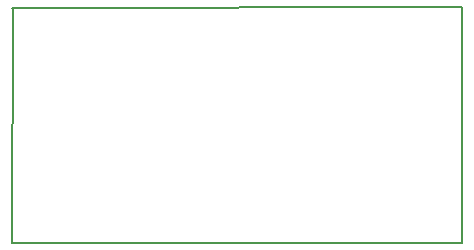
<source format=gbr>
%TF.GenerationSoftware,KiCad,Pcbnew,5.0.1+dfsg1-3~bpo9+1*%
%TF.CreationDate,2018-11-26T19:57:12+01:00*%
%TF.ProjectId,LoRa_PMOD,4C6F52615F504D4F442E6B696361645F,rev?*%
%TF.SameCoordinates,Original*%
%TF.FileFunction,Profile,NP*%
%FSLAX46Y46*%
G04 Gerber Fmt 4.6, Leading zero omitted, Abs format (unit mm)*
G04 Created by KiCad (PCBNEW 5.0.1+dfsg1-3~bpo9+1) date Mon 26 Nov 2018 07:57:12 PM CET*
%MOMM*%
%LPD*%
G01*
G04 APERTURE LIST*
%ADD10C,0.150000*%
G04 APERTURE END LIST*
D10*
X132000000Y-101000000D02*
X132000000Y-121000000D01*
X93900000Y-101100000D02*
X132000000Y-101000000D01*
X93900000Y-121000000D02*
X94000000Y-101000000D01*
X132000000Y-121000000D02*
X93900000Y-121000000D01*
M02*

</source>
